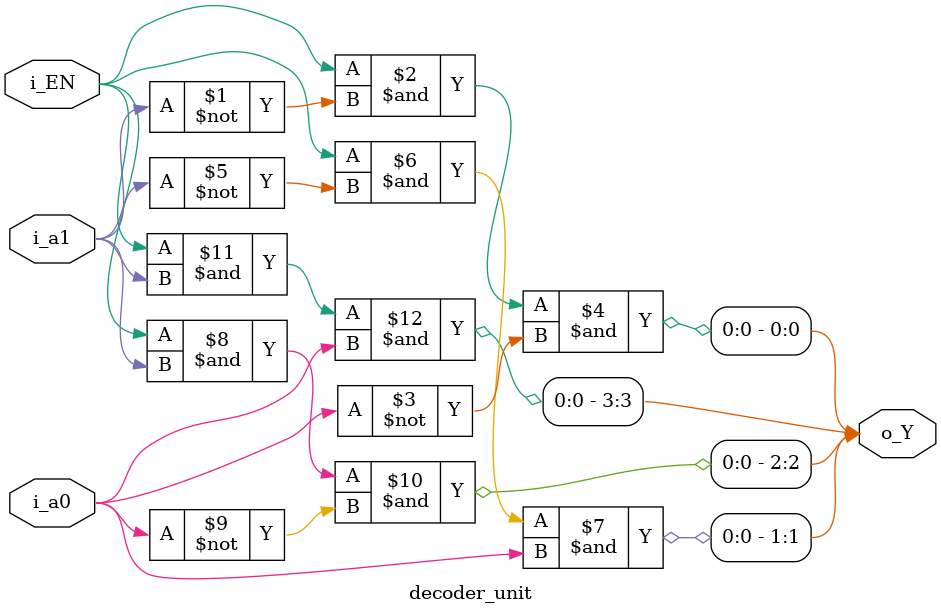
<source format=v>
module decoder_unit(
    input  wire i_a0,
    input  wire i_a1,
    input  wire i_EN,
    output wire [3:0] o_Y
);
    assign o_Y[0] = i_EN & ~i_a1 & ~i_a0;
    assign o_Y[1] = i_EN & ~i_a1 &  i_a0;
    assign o_Y[2] = i_EN &  i_a1 & ~i_a0;
    assign o_Y[3] = i_EN &  i_a1 &  i_a0;
endmodule

</source>
